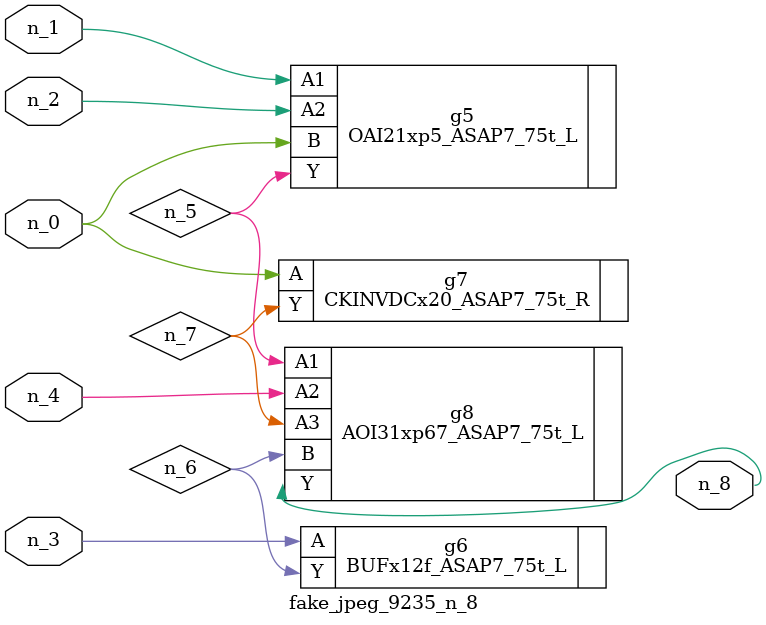
<source format=v>
module fake_jpeg_9235_n_8 (n_3, n_2, n_1, n_0, n_4, n_8);

input n_3;
input n_2;
input n_1;
input n_0;
input n_4;

output n_8;

wire n_6;
wire n_5;
wire n_7;

OAI21xp5_ASAP7_75t_L g5 ( 
.A1(n_1),
.A2(n_2),
.B(n_0),
.Y(n_5)
);

BUFx12f_ASAP7_75t_L g6 ( 
.A(n_3),
.Y(n_6)
);

CKINVDCx20_ASAP7_75t_R g7 ( 
.A(n_0),
.Y(n_7)
);

AOI31xp67_ASAP7_75t_L g8 ( 
.A1(n_5),
.A2(n_4),
.A3(n_7),
.B(n_6),
.Y(n_8)
);


endmodule
</source>
